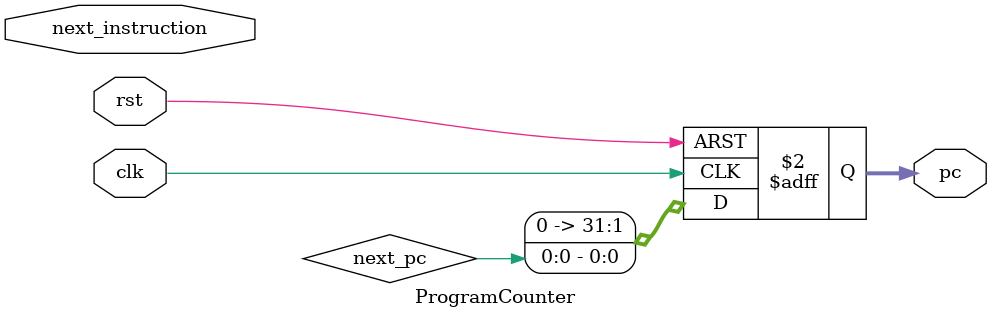
<source format=v>
module ProgramCounter(
    input clk,                   // Sinal de clock
    input rst,                   // Sinal de reset
    input [31:0] next_instruction,        // Próximo valor da próxima isntrução
    output reg [31:0] pc         // Valor do endereço da nistrução atual
);
    always @(posedge clk, posedge rst) begin
        if (rst)
            pc <= 32'b0; // Se o rst for 1, o PC é definido como 0 (reiniciado)
        else
            pc <= next_pc; // Senão, o PC recebe o próximo endereço
    end
endmodule
</source>
